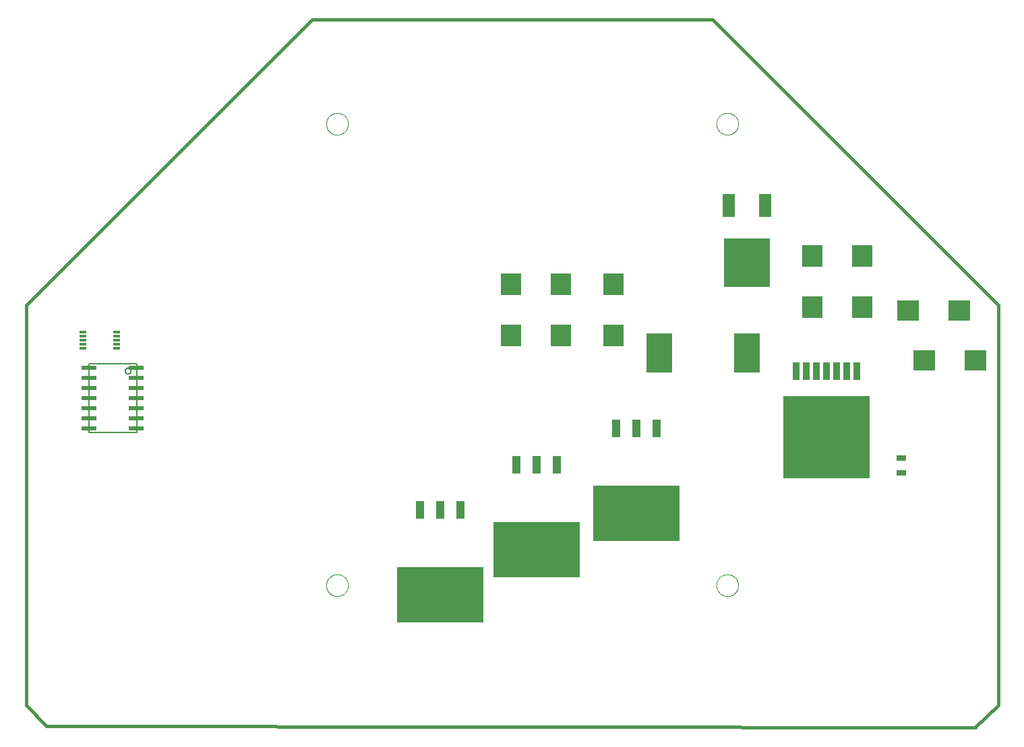
<source format=gbp>
G75*
%MOIN*%
%OFA0B0*%
%FSLAX25Y25*%
%IPPOS*%
%LPD*%
%AMOC8*
5,1,8,0,0,1.08239X$1,22.5*
%
%ADD10C,0.01600*%
%ADD11C,0.00000*%
%ADD12R,0.03500X0.01201*%
%ADD13R,0.07799X0.02098*%
%ADD14C,0.00500*%
%ADD15R,0.42500X0.27500*%
%ADD16R,0.04200X0.08500*%
%ADD17R,0.22835X0.24409*%
%ADD18R,0.06299X0.11811*%
%ADD19R,0.03600X0.08500*%
%ADD20R,0.42500X0.41000*%
%ADD21R,0.04724X0.03150*%
%ADD22R,0.12992X0.19291*%
%ADD23R,0.10039X0.10906*%
%ADD24R,0.10906X0.10039*%
D10*
X0058905Y0179884D02*
X0048884Y0190305D01*
X0048884Y0388295D01*
X0190305Y0529716D01*
X0388295Y0529716D01*
X0529716Y0388295D01*
X0529716Y0190305D01*
X0518095Y0179184D01*
X0518195Y0179316D02*
X0059005Y0179916D01*
D11*
X0197324Y0249599D02*
X0197326Y0249746D01*
X0197332Y0249892D01*
X0197342Y0250038D01*
X0197356Y0250184D01*
X0197374Y0250330D01*
X0197395Y0250475D01*
X0197421Y0250619D01*
X0197451Y0250763D01*
X0197484Y0250905D01*
X0197521Y0251047D01*
X0197562Y0251188D01*
X0197607Y0251327D01*
X0197656Y0251466D01*
X0197708Y0251603D01*
X0197765Y0251738D01*
X0197824Y0251872D01*
X0197888Y0252004D01*
X0197955Y0252134D01*
X0198025Y0252263D01*
X0198099Y0252390D01*
X0198176Y0252514D01*
X0198257Y0252637D01*
X0198341Y0252757D01*
X0198428Y0252875D01*
X0198518Y0252990D01*
X0198611Y0253103D01*
X0198708Y0253214D01*
X0198807Y0253322D01*
X0198909Y0253427D01*
X0199014Y0253529D01*
X0199122Y0253628D01*
X0199233Y0253725D01*
X0199346Y0253818D01*
X0199461Y0253908D01*
X0199579Y0253995D01*
X0199699Y0254079D01*
X0199822Y0254160D01*
X0199946Y0254237D01*
X0200073Y0254311D01*
X0200202Y0254381D01*
X0200332Y0254448D01*
X0200464Y0254512D01*
X0200598Y0254571D01*
X0200733Y0254628D01*
X0200870Y0254680D01*
X0201009Y0254729D01*
X0201148Y0254774D01*
X0201289Y0254815D01*
X0201431Y0254852D01*
X0201573Y0254885D01*
X0201717Y0254915D01*
X0201861Y0254941D01*
X0202006Y0254962D01*
X0202152Y0254980D01*
X0202298Y0254994D01*
X0202444Y0255004D01*
X0202590Y0255010D01*
X0202737Y0255012D01*
X0202884Y0255010D01*
X0203030Y0255004D01*
X0203176Y0254994D01*
X0203322Y0254980D01*
X0203468Y0254962D01*
X0203613Y0254941D01*
X0203757Y0254915D01*
X0203901Y0254885D01*
X0204043Y0254852D01*
X0204185Y0254815D01*
X0204326Y0254774D01*
X0204465Y0254729D01*
X0204604Y0254680D01*
X0204741Y0254628D01*
X0204876Y0254571D01*
X0205010Y0254512D01*
X0205142Y0254448D01*
X0205272Y0254381D01*
X0205401Y0254311D01*
X0205528Y0254237D01*
X0205652Y0254160D01*
X0205775Y0254079D01*
X0205895Y0253995D01*
X0206013Y0253908D01*
X0206128Y0253818D01*
X0206241Y0253725D01*
X0206352Y0253628D01*
X0206460Y0253529D01*
X0206565Y0253427D01*
X0206667Y0253322D01*
X0206766Y0253214D01*
X0206863Y0253103D01*
X0206956Y0252990D01*
X0207046Y0252875D01*
X0207133Y0252757D01*
X0207217Y0252637D01*
X0207298Y0252514D01*
X0207375Y0252390D01*
X0207449Y0252263D01*
X0207519Y0252134D01*
X0207586Y0252004D01*
X0207650Y0251872D01*
X0207709Y0251738D01*
X0207766Y0251603D01*
X0207818Y0251466D01*
X0207867Y0251327D01*
X0207912Y0251188D01*
X0207953Y0251047D01*
X0207990Y0250905D01*
X0208023Y0250763D01*
X0208053Y0250619D01*
X0208079Y0250475D01*
X0208100Y0250330D01*
X0208118Y0250184D01*
X0208132Y0250038D01*
X0208142Y0249892D01*
X0208148Y0249746D01*
X0208150Y0249599D01*
X0208148Y0249452D01*
X0208142Y0249306D01*
X0208132Y0249160D01*
X0208118Y0249014D01*
X0208100Y0248868D01*
X0208079Y0248723D01*
X0208053Y0248579D01*
X0208023Y0248435D01*
X0207990Y0248293D01*
X0207953Y0248151D01*
X0207912Y0248010D01*
X0207867Y0247871D01*
X0207818Y0247732D01*
X0207766Y0247595D01*
X0207709Y0247460D01*
X0207650Y0247326D01*
X0207586Y0247194D01*
X0207519Y0247064D01*
X0207449Y0246935D01*
X0207375Y0246808D01*
X0207298Y0246684D01*
X0207217Y0246561D01*
X0207133Y0246441D01*
X0207046Y0246323D01*
X0206956Y0246208D01*
X0206863Y0246095D01*
X0206766Y0245984D01*
X0206667Y0245876D01*
X0206565Y0245771D01*
X0206460Y0245669D01*
X0206352Y0245570D01*
X0206241Y0245473D01*
X0206128Y0245380D01*
X0206013Y0245290D01*
X0205895Y0245203D01*
X0205775Y0245119D01*
X0205652Y0245038D01*
X0205528Y0244961D01*
X0205401Y0244887D01*
X0205272Y0244817D01*
X0205142Y0244750D01*
X0205010Y0244686D01*
X0204876Y0244627D01*
X0204741Y0244570D01*
X0204604Y0244518D01*
X0204465Y0244469D01*
X0204326Y0244424D01*
X0204185Y0244383D01*
X0204043Y0244346D01*
X0203901Y0244313D01*
X0203757Y0244283D01*
X0203613Y0244257D01*
X0203468Y0244236D01*
X0203322Y0244218D01*
X0203176Y0244204D01*
X0203030Y0244194D01*
X0202884Y0244188D01*
X0202737Y0244186D01*
X0202590Y0244188D01*
X0202444Y0244194D01*
X0202298Y0244204D01*
X0202152Y0244218D01*
X0202006Y0244236D01*
X0201861Y0244257D01*
X0201717Y0244283D01*
X0201573Y0244313D01*
X0201431Y0244346D01*
X0201289Y0244383D01*
X0201148Y0244424D01*
X0201009Y0244469D01*
X0200870Y0244518D01*
X0200733Y0244570D01*
X0200598Y0244627D01*
X0200464Y0244686D01*
X0200332Y0244750D01*
X0200202Y0244817D01*
X0200073Y0244887D01*
X0199946Y0244961D01*
X0199822Y0245038D01*
X0199699Y0245119D01*
X0199579Y0245203D01*
X0199461Y0245290D01*
X0199346Y0245380D01*
X0199233Y0245473D01*
X0199122Y0245570D01*
X0199014Y0245669D01*
X0198909Y0245771D01*
X0198807Y0245876D01*
X0198708Y0245984D01*
X0198611Y0246095D01*
X0198518Y0246208D01*
X0198428Y0246323D01*
X0198341Y0246441D01*
X0198257Y0246561D01*
X0198176Y0246684D01*
X0198099Y0246808D01*
X0198025Y0246935D01*
X0197955Y0247064D01*
X0197888Y0247194D01*
X0197824Y0247326D01*
X0197765Y0247460D01*
X0197708Y0247595D01*
X0197656Y0247732D01*
X0197607Y0247871D01*
X0197562Y0248010D01*
X0197521Y0248151D01*
X0197484Y0248293D01*
X0197451Y0248435D01*
X0197421Y0248579D01*
X0197395Y0248723D01*
X0197374Y0248868D01*
X0197356Y0249014D01*
X0197342Y0249160D01*
X0197332Y0249306D01*
X0197326Y0249452D01*
X0197324Y0249599D01*
X0390237Y0249599D02*
X0390239Y0249746D01*
X0390245Y0249892D01*
X0390255Y0250038D01*
X0390269Y0250184D01*
X0390287Y0250330D01*
X0390308Y0250475D01*
X0390334Y0250619D01*
X0390364Y0250763D01*
X0390397Y0250905D01*
X0390434Y0251047D01*
X0390475Y0251188D01*
X0390520Y0251327D01*
X0390569Y0251466D01*
X0390621Y0251603D01*
X0390678Y0251738D01*
X0390737Y0251872D01*
X0390801Y0252004D01*
X0390868Y0252134D01*
X0390938Y0252263D01*
X0391012Y0252390D01*
X0391089Y0252514D01*
X0391170Y0252637D01*
X0391254Y0252757D01*
X0391341Y0252875D01*
X0391431Y0252990D01*
X0391524Y0253103D01*
X0391621Y0253214D01*
X0391720Y0253322D01*
X0391822Y0253427D01*
X0391927Y0253529D01*
X0392035Y0253628D01*
X0392146Y0253725D01*
X0392259Y0253818D01*
X0392374Y0253908D01*
X0392492Y0253995D01*
X0392612Y0254079D01*
X0392735Y0254160D01*
X0392859Y0254237D01*
X0392986Y0254311D01*
X0393115Y0254381D01*
X0393245Y0254448D01*
X0393377Y0254512D01*
X0393511Y0254571D01*
X0393646Y0254628D01*
X0393783Y0254680D01*
X0393922Y0254729D01*
X0394061Y0254774D01*
X0394202Y0254815D01*
X0394344Y0254852D01*
X0394486Y0254885D01*
X0394630Y0254915D01*
X0394774Y0254941D01*
X0394919Y0254962D01*
X0395065Y0254980D01*
X0395211Y0254994D01*
X0395357Y0255004D01*
X0395503Y0255010D01*
X0395650Y0255012D01*
X0395797Y0255010D01*
X0395943Y0255004D01*
X0396089Y0254994D01*
X0396235Y0254980D01*
X0396381Y0254962D01*
X0396526Y0254941D01*
X0396670Y0254915D01*
X0396814Y0254885D01*
X0396956Y0254852D01*
X0397098Y0254815D01*
X0397239Y0254774D01*
X0397378Y0254729D01*
X0397517Y0254680D01*
X0397654Y0254628D01*
X0397789Y0254571D01*
X0397923Y0254512D01*
X0398055Y0254448D01*
X0398185Y0254381D01*
X0398314Y0254311D01*
X0398441Y0254237D01*
X0398565Y0254160D01*
X0398688Y0254079D01*
X0398808Y0253995D01*
X0398926Y0253908D01*
X0399041Y0253818D01*
X0399154Y0253725D01*
X0399265Y0253628D01*
X0399373Y0253529D01*
X0399478Y0253427D01*
X0399580Y0253322D01*
X0399679Y0253214D01*
X0399776Y0253103D01*
X0399869Y0252990D01*
X0399959Y0252875D01*
X0400046Y0252757D01*
X0400130Y0252637D01*
X0400211Y0252514D01*
X0400288Y0252390D01*
X0400362Y0252263D01*
X0400432Y0252134D01*
X0400499Y0252004D01*
X0400563Y0251872D01*
X0400622Y0251738D01*
X0400679Y0251603D01*
X0400731Y0251466D01*
X0400780Y0251327D01*
X0400825Y0251188D01*
X0400866Y0251047D01*
X0400903Y0250905D01*
X0400936Y0250763D01*
X0400966Y0250619D01*
X0400992Y0250475D01*
X0401013Y0250330D01*
X0401031Y0250184D01*
X0401045Y0250038D01*
X0401055Y0249892D01*
X0401061Y0249746D01*
X0401063Y0249599D01*
X0401061Y0249452D01*
X0401055Y0249306D01*
X0401045Y0249160D01*
X0401031Y0249014D01*
X0401013Y0248868D01*
X0400992Y0248723D01*
X0400966Y0248579D01*
X0400936Y0248435D01*
X0400903Y0248293D01*
X0400866Y0248151D01*
X0400825Y0248010D01*
X0400780Y0247871D01*
X0400731Y0247732D01*
X0400679Y0247595D01*
X0400622Y0247460D01*
X0400563Y0247326D01*
X0400499Y0247194D01*
X0400432Y0247064D01*
X0400362Y0246935D01*
X0400288Y0246808D01*
X0400211Y0246684D01*
X0400130Y0246561D01*
X0400046Y0246441D01*
X0399959Y0246323D01*
X0399869Y0246208D01*
X0399776Y0246095D01*
X0399679Y0245984D01*
X0399580Y0245876D01*
X0399478Y0245771D01*
X0399373Y0245669D01*
X0399265Y0245570D01*
X0399154Y0245473D01*
X0399041Y0245380D01*
X0398926Y0245290D01*
X0398808Y0245203D01*
X0398688Y0245119D01*
X0398565Y0245038D01*
X0398441Y0244961D01*
X0398314Y0244887D01*
X0398185Y0244817D01*
X0398055Y0244750D01*
X0397923Y0244686D01*
X0397789Y0244627D01*
X0397654Y0244570D01*
X0397517Y0244518D01*
X0397378Y0244469D01*
X0397239Y0244424D01*
X0397098Y0244383D01*
X0396956Y0244346D01*
X0396814Y0244313D01*
X0396670Y0244283D01*
X0396526Y0244257D01*
X0396381Y0244236D01*
X0396235Y0244218D01*
X0396089Y0244204D01*
X0395943Y0244194D01*
X0395797Y0244188D01*
X0395650Y0244186D01*
X0395503Y0244188D01*
X0395357Y0244194D01*
X0395211Y0244204D01*
X0395065Y0244218D01*
X0394919Y0244236D01*
X0394774Y0244257D01*
X0394630Y0244283D01*
X0394486Y0244313D01*
X0394344Y0244346D01*
X0394202Y0244383D01*
X0394061Y0244424D01*
X0393922Y0244469D01*
X0393783Y0244518D01*
X0393646Y0244570D01*
X0393511Y0244627D01*
X0393377Y0244686D01*
X0393245Y0244750D01*
X0393115Y0244817D01*
X0392986Y0244887D01*
X0392859Y0244961D01*
X0392735Y0245038D01*
X0392612Y0245119D01*
X0392492Y0245203D01*
X0392374Y0245290D01*
X0392259Y0245380D01*
X0392146Y0245473D01*
X0392035Y0245570D01*
X0391927Y0245669D01*
X0391822Y0245771D01*
X0391720Y0245876D01*
X0391621Y0245984D01*
X0391524Y0246095D01*
X0391431Y0246208D01*
X0391341Y0246323D01*
X0391254Y0246441D01*
X0391170Y0246561D01*
X0391089Y0246684D01*
X0391012Y0246808D01*
X0390938Y0246935D01*
X0390868Y0247064D01*
X0390801Y0247194D01*
X0390737Y0247326D01*
X0390678Y0247460D01*
X0390621Y0247595D01*
X0390569Y0247732D01*
X0390520Y0247871D01*
X0390475Y0248010D01*
X0390434Y0248151D01*
X0390397Y0248293D01*
X0390364Y0248435D01*
X0390334Y0248579D01*
X0390308Y0248723D01*
X0390287Y0248868D01*
X0390269Y0249014D01*
X0390255Y0249160D01*
X0390245Y0249306D01*
X0390239Y0249452D01*
X0390237Y0249599D01*
X0390237Y0477946D02*
X0390239Y0478093D01*
X0390245Y0478239D01*
X0390255Y0478385D01*
X0390269Y0478531D01*
X0390287Y0478677D01*
X0390308Y0478822D01*
X0390334Y0478966D01*
X0390364Y0479110D01*
X0390397Y0479252D01*
X0390434Y0479394D01*
X0390475Y0479535D01*
X0390520Y0479674D01*
X0390569Y0479813D01*
X0390621Y0479950D01*
X0390678Y0480085D01*
X0390737Y0480219D01*
X0390801Y0480351D01*
X0390868Y0480481D01*
X0390938Y0480610D01*
X0391012Y0480737D01*
X0391089Y0480861D01*
X0391170Y0480984D01*
X0391254Y0481104D01*
X0391341Y0481222D01*
X0391431Y0481337D01*
X0391524Y0481450D01*
X0391621Y0481561D01*
X0391720Y0481669D01*
X0391822Y0481774D01*
X0391927Y0481876D01*
X0392035Y0481975D01*
X0392146Y0482072D01*
X0392259Y0482165D01*
X0392374Y0482255D01*
X0392492Y0482342D01*
X0392612Y0482426D01*
X0392735Y0482507D01*
X0392859Y0482584D01*
X0392986Y0482658D01*
X0393115Y0482728D01*
X0393245Y0482795D01*
X0393377Y0482859D01*
X0393511Y0482918D01*
X0393646Y0482975D01*
X0393783Y0483027D01*
X0393922Y0483076D01*
X0394061Y0483121D01*
X0394202Y0483162D01*
X0394344Y0483199D01*
X0394486Y0483232D01*
X0394630Y0483262D01*
X0394774Y0483288D01*
X0394919Y0483309D01*
X0395065Y0483327D01*
X0395211Y0483341D01*
X0395357Y0483351D01*
X0395503Y0483357D01*
X0395650Y0483359D01*
X0395797Y0483357D01*
X0395943Y0483351D01*
X0396089Y0483341D01*
X0396235Y0483327D01*
X0396381Y0483309D01*
X0396526Y0483288D01*
X0396670Y0483262D01*
X0396814Y0483232D01*
X0396956Y0483199D01*
X0397098Y0483162D01*
X0397239Y0483121D01*
X0397378Y0483076D01*
X0397517Y0483027D01*
X0397654Y0482975D01*
X0397789Y0482918D01*
X0397923Y0482859D01*
X0398055Y0482795D01*
X0398185Y0482728D01*
X0398314Y0482658D01*
X0398441Y0482584D01*
X0398565Y0482507D01*
X0398688Y0482426D01*
X0398808Y0482342D01*
X0398926Y0482255D01*
X0399041Y0482165D01*
X0399154Y0482072D01*
X0399265Y0481975D01*
X0399373Y0481876D01*
X0399478Y0481774D01*
X0399580Y0481669D01*
X0399679Y0481561D01*
X0399776Y0481450D01*
X0399869Y0481337D01*
X0399959Y0481222D01*
X0400046Y0481104D01*
X0400130Y0480984D01*
X0400211Y0480861D01*
X0400288Y0480737D01*
X0400362Y0480610D01*
X0400432Y0480481D01*
X0400499Y0480351D01*
X0400563Y0480219D01*
X0400622Y0480085D01*
X0400679Y0479950D01*
X0400731Y0479813D01*
X0400780Y0479674D01*
X0400825Y0479535D01*
X0400866Y0479394D01*
X0400903Y0479252D01*
X0400936Y0479110D01*
X0400966Y0478966D01*
X0400992Y0478822D01*
X0401013Y0478677D01*
X0401031Y0478531D01*
X0401045Y0478385D01*
X0401055Y0478239D01*
X0401061Y0478093D01*
X0401063Y0477946D01*
X0401061Y0477799D01*
X0401055Y0477653D01*
X0401045Y0477507D01*
X0401031Y0477361D01*
X0401013Y0477215D01*
X0400992Y0477070D01*
X0400966Y0476926D01*
X0400936Y0476782D01*
X0400903Y0476640D01*
X0400866Y0476498D01*
X0400825Y0476357D01*
X0400780Y0476218D01*
X0400731Y0476079D01*
X0400679Y0475942D01*
X0400622Y0475807D01*
X0400563Y0475673D01*
X0400499Y0475541D01*
X0400432Y0475411D01*
X0400362Y0475282D01*
X0400288Y0475155D01*
X0400211Y0475031D01*
X0400130Y0474908D01*
X0400046Y0474788D01*
X0399959Y0474670D01*
X0399869Y0474555D01*
X0399776Y0474442D01*
X0399679Y0474331D01*
X0399580Y0474223D01*
X0399478Y0474118D01*
X0399373Y0474016D01*
X0399265Y0473917D01*
X0399154Y0473820D01*
X0399041Y0473727D01*
X0398926Y0473637D01*
X0398808Y0473550D01*
X0398688Y0473466D01*
X0398565Y0473385D01*
X0398441Y0473308D01*
X0398314Y0473234D01*
X0398185Y0473164D01*
X0398055Y0473097D01*
X0397923Y0473033D01*
X0397789Y0472974D01*
X0397654Y0472917D01*
X0397517Y0472865D01*
X0397378Y0472816D01*
X0397239Y0472771D01*
X0397098Y0472730D01*
X0396956Y0472693D01*
X0396814Y0472660D01*
X0396670Y0472630D01*
X0396526Y0472604D01*
X0396381Y0472583D01*
X0396235Y0472565D01*
X0396089Y0472551D01*
X0395943Y0472541D01*
X0395797Y0472535D01*
X0395650Y0472533D01*
X0395503Y0472535D01*
X0395357Y0472541D01*
X0395211Y0472551D01*
X0395065Y0472565D01*
X0394919Y0472583D01*
X0394774Y0472604D01*
X0394630Y0472630D01*
X0394486Y0472660D01*
X0394344Y0472693D01*
X0394202Y0472730D01*
X0394061Y0472771D01*
X0393922Y0472816D01*
X0393783Y0472865D01*
X0393646Y0472917D01*
X0393511Y0472974D01*
X0393377Y0473033D01*
X0393245Y0473097D01*
X0393115Y0473164D01*
X0392986Y0473234D01*
X0392859Y0473308D01*
X0392735Y0473385D01*
X0392612Y0473466D01*
X0392492Y0473550D01*
X0392374Y0473637D01*
X0392259Y0473727D01*
X0392146Y0473820D01*
X0392035Y0473917D01*
X0391927Y0474016D01*
X0391822Y0474118D01*
X0391720Y0474223D01*
X0391621Y0474331D01*
X0391524Y0474442D01*
X0391431Y0474555D01*
X0391341Y0474670D01*
X0391254Y0474788D01*
X0391170Y0474908D01*
X0391089Y0475031D01*
X0391012Y0475155D01*
X0390938Y0475282D01*
X0390868Y0475411D01*
X0390801Y0475541D01*
X0390737Y0475673D01*
X0390678Y0475807D01*
X0390621Y0475942D01*
X0390569Y0476079D01*
X0390520Y0476218D01*
X0390475Y0476357D01*
X0390434Y0476498D01*
X0390397Y0476640D01*
X0390364Y0476782D01*
X0390334Y0476926D01*
X0390308Y0477070D01*
X0390287Y0477215D01*
X0390269Y0477361D01*
X0390255Y0477507D01*
X0390245Y0477653D01*
X0390239Y0477799D01*
X0390237Y0477946D01*
X0197324Y0477946D02*
X0197326Y0478093D01*
X0197332Y0478239D01*
X0197342Y0478385D01*
X0197356Y0478531D01*
X0197374Y0478677D01*
X0197395Y0478822D01*
X0197421Y0478966D01*
X0197451Y0479110D01*
X0197484Y0479252D01*
X0197521Y0479394D01*
X0197562Y0479535D01*
X0197607Y0479674D01*
X0197656Y0479813D01*
X0197708Y0479950D01*
X0197765Y0480085D01*
X0197824Y0480219D01*
X0197888Y0480351D01*
X0197955Y0480481D01*
X0198025Y0480610D01*
X0198099Y0480737D01*
X0198176Y0480861D01*
X0198257Y0480984D01*
X0198341Y0481104D01*
X0198428Y0481222D01*
X0198518Y0481337D01*
X0198611Y0481450D01*
X0198708Y0481561D01*
X0198807Y0481669D01*
X0198909Y0481774D01*
X0199014Y0481876D01*
X0199122Y0481975D01*
X0199233Y0482072D01*
X0199346Y0482165D01*
X0199461Y0482255D01*
X0199579Y0482342D01*
X0199699Y0482426D01*
X0199822Y0482507D01*
X0199946Y0482584D01*
X0200073Y0482658D01*
X0200202Y0482728D01*
X0200332Y0482795D01*
X0200464Y0482859D01*
X0200598Y0482918D01*
X0200733Y0482975D01*
X0200870Y0483027D01*
X0201009Y0483076D01*
X0201148Y0483121D01*
X0201289Y0483162D01*
X0201431Y0483199D01*
X0201573Y0483232D01*
X0201717Y0483262D01*
X0201861Y0483288D01*
X0202006Y0483309D01*
X0202152Y0483327D01*
X0202298Y0483341D01*
X0202444Y0483351D01*
X0202590Y0483357D01*
X0202737Y0483359D01*
X0202884Y0483357D01*
X0203030Y0483351D01*
X0203176Y0483341D01*
X0203322Y0483327D01*
X0203468Y0483309D01*
X0203613Y0483288D01*
X0203757Y0483262D01*
X0203901Y0483232D01*
X0204043Y0483199D01*
X0204185Y0483162D01*
X0204326Y0483121D01*
X0204465Y0483076D01*
X0204604Y0483027D01*
X0204741Y0482975D01*
X0204876Y0482918D01*
X0205010Y0482859D01*
X0205142Y0482795D01*
X0205272Y0482728D01*
X0205401Y0482658D01*
X0205528Y0482584D01*
X0205652Y0482507D01*
X0205775Y0482426D01*
X0205895Y0482342D01*
X0206013Y0482255D01*
X0206128Y0482165D01*
X0206241Y0482072D01*
X0206352Y0481975D01*
X0206460Y0481876D01*
X0206565Y0481774D01*
X0206667Y0481669D01*
X0206766Y0481561D01*
X0206863Y0481450D01*
X0206956Y0481337D01*
X0207046Y0481222D01*
X0207133Y0481104D01*
X0207217Y0480984D01*
X0207298Y0480861D01*
X0207375Y0480737D01*
X0207449Y0480610D01*
X0207519Y0480481D01*
X0207586Y0480351D01*
X0207650Y0480219D01*
X0207709Y0480085D01*
X0207766Y0479950D01*
X0207818Y0479813D01*
X0207867Y0479674D01*
X0207912Y0479535D01*
X0207953Y0479394D01*
X0207990Y0479252D01*
X0208023Y0479110D01*
X0208053Y0478966D01*
X0208079Y0478822D01*
X0208100Y0478677D01*
X0208118Y0478531D01*
X0208132Y0478385D01*
X0208142Y0478239D01*
X0208148Y0478093D01*
X0208150Y0477946D01*
X0208148Y0477799D01*
X0208142Y0477653D01*
X0208132Y0477507D01*
X0208118Y0477361D01*
X0208100Y0477215D01*
X0208079Y0477070D01*
X0208053Y0476926D01*
X0208023Y0476782D01*
X0207990Y0476640D01*
X0207953Y0476498D01*
X0207912Y0476357D01*
X0207867Y0476218D01*
X0207818Y0476079D01*
X0207766Y0475942D01*
X0207709Y0475807D01*
X0207650Y0475673D01*
X0207586Y0475541D01*
X0207519Y0475411D01*
X0207449Y0475282D01*
X0207375Y0475155D01*
X0207298Y0475031D01*
X0207217Y0474908D01*
X0207133Y0474788D01*
X0207046Y0474670D01*
X0206956Y0474555D01*
X0206863Y0474442D01*
X0206766Y0474331D01*
X0206667Y0474223D01*
X0206565Y0474118D01*
X0206460Y0474016D01*
X0206352Y0473917D01*
X0206241Y0473820D01*
X0206128Y0473727D01*
X0206013Y0473637D01*
X0205895Y0473550D01*
X0205775Y0473466D01*
X0205652Y0473385D01*
X0205528Y0473308D01*
X0205401Y0473234D01*
X0205272Y0473164D01*
X0205142Y0473097D01*
X0205010Y0473033D01*
X0204876Y0472974D01*
X0204741Y0472917D01*
X0204604Y0472865D01*
X0204465Y0472816D01*
X0204326Y0472771D01*
X0204185Y0472730D01*
X0204043Y0472693D01*
X0203901Y0472660D01*
X0203757Y0472630D01*
X0203613Y0472604D01*
X0203468Y0472583D01*
X0203322Y0472565D01*
X0203176Y0472551D01*
X0203030Y0472541D01*
X0202884Y0472535D01*
X0202737Y0472533D01*
X0202590Y0472535D01*
X0202444Y0472541D01*
X0202298Y0472551D01*
X0202152Y0472565D01*
X0202006Y0472583D01*
X0201861Y0472604D01*
X0201717Y0472630D01*
X0201573Y0472660D01*
X0201431Y0472693D01*
X0201289Y0472730D01*
X0201148Y0472771D01*
X0201009Y0472816D01*
X0200870Y0472865D01*
X0200733Y0472917D01*
X0200598Y0472974D01*
X0200464Y0473033D01*
X0200332Y0473097D01*
X0200202Y0473164D01*
X0200073Y0473234D01*
X0199946Y0473308D01*
X0199822Y0473385D01*
X0199699Y0473466D01*
X0199579Y0473550D01*
X0199461Y0473637D01*
X0199346Y0473727D01*
X0199233Y0473820D01*
X0199122Y0473917D01*
X0199014Y0474016D01*
X0198909Y0474118D01*
X0198807Y0474223D01*
X0198708Y0474331D01*
X0198611Y0474442D01*
X0198518Y0474555D01*
X0198428Y0474670D01*
X0198341Y0474788D01*
X0198257Y0474908D01*
X0198176Y0475031D01*
X0198099Y0475155D01*
X0198025Y0475282D01*
X0197955Y0475411D01*
X0197888Y0475541D01*
X0197824Y0475673D01*
X0197765Y0475807D01*
X0197708Y0475942D01*
X0197656Y0476079D01*
X0197607Y0476218D01*
X0197562Y0476357D01*
X0197521Y0476498D01*
X0197484Y0476640D01*
X0197451Y0476782D01*
X0197421Y0476926D01*
X0197395Y0477070D01*
X0197374Y0477215D01*
X0197356Y0477361D01*
X0197342Y0477507D01*
X0197332Y0477653D01*
X0197326Y0477799D01*
X0197324Y0477946D01*
D12*
X0093754Y0374782D03*
X0093754Y0372813D03*
X0093754Y0370845D03*
X0093754Y0368876D03*
X0093754Y0366908D03*
X0077143Y0366908D03*
X0077143Y0368876D03*
X0077143Y0370845D03*
X0077143Y0372813D03*
X0077143Y0374782D03*
D13*
X0079947Y0357345D03*
X0079947Y0352345D03*
X0079947Y0347345D03*
X0079947Y0342345D03*
X0079947Y0337345D03*
X0079947Y0332345D03*
X0079947Y0327345D03*
X0103249Y0327345D03*
X0103249Y0332345D03*
X0103249Y0337345D03*
X0103249Y0342345D03*
X0103249Y0347345D03*
X0103249Y0352345D03*
X0103249Y0357345D03*
D14*
X0103642Y0359235D02*
X0080020Y0359235D01*
X0080020Y0325376D01*
X0103642Y0325376D01*
X0103642Y0359235D01*
X0097892Y0355691D02*
X0097894Y0355766D01*
X0097900Y0355841D01*
X0097910Y0355915D01*
X0097924Y0355989D01*
X0097941Y0356062D01*
X0097963Y0356133D01*
X0097988Y0356204D01*
X0098017Y0356273D01*
X0098049Y0356341D01*
X0098085Y0356406D01*
X0098125Y0356470D01*
X0098168Y0356532D01*
X0098214Y0356591D01*
X0098263Y0356648D01*
X0098315Y0356702D01*
X0098369Y0356753D01*
X0098427Y0356801D01*
X0098486Y0356846D01*
X0098549Y0356888D01*
X0098613Y0356927D01*
X0098679Y0356962D01*
X0098747Y0356994D01*
X0098817Y0357022D01*
X0098887Y0357046D01*
X0098960Y0357067D01*
X0099033Y0357083D01*
X0099107Y0357096D01*
X0099181Y0357105D01*
X0099256Y0357110D01*
X0099331Y0357111D01*
X0099406Y0357108D01*
X0099480Y0357101D01*
X0099554Y0357090D01*
X0099628Y0357075D01*
X0099701Y0357057D01*
X0099772Y0357034D01*
X0099842Y0357008D01*
X0099911Y0356978D01*
X0099978Y0356945D01*
X0100044Y0356908D01*
X0100107Y0356868D01*
X0100168Y0356824D01*
X0100226Y0356777D01*
X0100282Y0356728D01*
X0100336Y0356675D01*
X0100386Y0356620D01*
X0100434Y0356562D01*
X0100478Y0356501D01*
X0100519Y0356439D01*
X0100557Y0356374D01*
X0100591Y0356307D01*
X0100622Y0356239D01*
X0100649Y0356169D01*
X0100673Y0356098D01*
X0100692Y0356025D01*
X0100708Y0355952D01*
X0100720Y0355878D01*
X0100728Y0355803D01*
X0100732Y0355728D01*
X0100732Y0355654D01*
X0100728Y0355579D01*
X0100720Y0355504D01*
X0100708Y0355430D01*
X0100692Y0355357D01*
X0100673Y0355284D01*
X0100649Y0355213D01*
X0100622Y0355143D01*
X0100591Y0355075D01*
X0100557Y0355008D01*
X0100519Y0354943D01*
X0100478Y0354881D01*
X0100434Y0354820D01*
X0100386Y0354762D01*
X0100336Y0354707D01*
X0100282Y0354654D01*
X0100226Y0354605D01*
X0100168Y0354558D01*
X0100107Y0354514D01*
X0100044Y0354474D01*
X0099978Y0354437D01*
X0099911Y0354404D01*
X0099842Y0354374D01*
X0099772Y0354348D01*
X0099701Y0354325D01*
X0099628Y0354307D01*
X0099554Y0354292D01*
X0099480Y0354281D01*
X0099406Y0354274D01*
X0099331Y0354271D01*
X0099256Y0354272D01*
X0099181Y0354277D01*
X0099107Y0354286D01*
X0099033Y0354299D01*
X0098960Y0354315D01*
X0098887Y0354336D01*
X0098817Y0354360D01*
X0098747Y0354388D01*
X0098679Y0354420D01*
X0098613Y0354455D01*
X0098549Y0354494D01*
X0098486Y0354536D01*
X0098427Y0354581D01*
X0098369Y0354629D01*
X0098315Y0354680D01*
X0098263Y0354734D01*
X0098214Y0354791D01*
X0098168Y0354850D01*
X0098125Y0354912D01*
X0098085Y0354976D01*
X0098049Y0355041D01*
X0098017Y0355109D01*
X0097988Y0355178D01*
X0097963Y0355249D01*
X0097941Y0355320D01*
X0097924Y0355393D01*
X0097910Y0355467D01*
X0097900Y0355541D01*
X0097894Y0355616D01*
X0097892Y0355691D01*
D15*
X0253749Y0244895D03*
X0301349Y0267095D03*
X0350649Y0285195D03*
D16*
X0350649Y0327245D03*
X0360649Y0327245D03*
X0340649Y0327245D03*
X0311349Y0309145D03*
X0301349Y0309145D03*
X0291349Y0309145D03*
X0263749Y0286945D03*
X0253749Y0286945D03*
X0243749Y0286945D03*
D17*
X0405349Y0409240D03*
D18*
X0414345Y0437508D03*
X0396352Y0437508D03*
D19*
X0429849Y0355645D03*
X0434849Y0355645D03*
X0439849Y0355645D03*
X0444849Y0355645D03*
X0449849Y0355645D03*
X0454849Y0355645D03*
X0459849Y0355645D03*
D20*
X0444849Y0322845D03*
D21*
X0481847Y0312477D03*
X0481847Y0305391D03*
D22*
X0405202Y0364445D03*
X0361895Y0364445D03*
D23*
X0339249Y0373168D03*
X0339249Y0398522D03*
X0313349Y0398522D03*
X0313349Y0373168D03*
X0288549Y0373168D03*
X0288549Y0398522D03*
X0437549Y0387168D03*
X0462349Y0387168D03*
X0462349Y0412522D03*
X0437549Y0412522D03*
D24*
X0484871Y0385445D03*
X0492871Y0360845D03*
X0518226Y0360845D03*
X0510226Y0385445D03*
M02*

</source>
